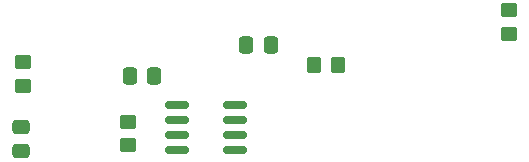
<source format=gbr>
%TF.GenerationSoftware,KiCad,Pcbnew,8.0.2-1*%
%TF.CreationDate,2024-05-16T23:31:01-04:00*%
%TF.ProjectId,ORA_Arduino_ESP_CAN_Shield_Rev_1,4f52415f-4172-4647-9569-6e6f5f455350,rev?*%
%TF.SameCoordinates,Original*%
%TF.FileFunction,Paste,Top*%
%TF.FilePolarity,Positive*%
%FSLAX46Y46*%
G04 Gerber Fmt 4.6, Leading zero omitted, Abs format (unit mm)*
G04 Created by KiCad (PCBNEW 8.0.2-1) date 2024-05-16 23:31:01*
%MOMM*%
%LPD*%
G01*
G04 APERTURE LIST*
G04 Aperture macros list*
%AMRoundRect*
0 Rectangle with rounded corners*
0 $1 Rounding radius*
0 $2 $3 $4 $5 $6 $7 $8 $9 X,Y pos of 4 corners*
0 Add a 4 corners polygon primitive as box body*
4,1,4,$2,$3,$4,$5,$6,$7,$8,$9,$2,$3,0*
0 Add four circle primitives for the rounded corners*
1,1,$1+$1,$2,$3*
1,1,$1+$1,$4,$5*
1,1,$1+$1,$6,$7*
1,1,$1+$1,$8,$9*
0 Add four rect primitives between the rounded corners*
20,1,$1+$1,$2,$3,$4,$5,0*
20,1,$1+$1,$4,$5,$6,$7,0*
20,1,$1+$1,$6,$7,$8,$9,0*
20,1,$1+$1,$8,$9,$2,$3,0*%
G04 Aperture macros list end*
%ADD10RoundRect,0.250000X-0.450000X0.350000X-0.450000X-0.350000X0.450000X-0.350000X0.450000X0.350000X0*%
%ADD11RoundRect,0.250000X-0.337500X-0.475000X0.337500X-0.475000X0.337500X0.475000X-0.337500X0.475000X0*%
%ADD12RoundRect,0.250000X0.475000X-0.337500X0.475000X0.337500X-0.475000X0.337500X-0.475000X-0.337500X0*%
%ADD13RoundRect,0.250000X-0.350000X-0.450000X0.350000X-0.450000X0.350000X0.450000X-0.350000X0.450000X0*%
%ADD14RoundRect,0.250000X0.337500X0.475000X-0.337500X0.475000X-0.337500X-0.475000X0.337500X-0.475000X0*%
%ADD15RoundRect,0.150000X-0.825000X-0.150000X0.825000X-0.150000X0.825000X0.150000X-0.825000X0.150000X0*%
G04 APERTURE END LIST*
D10*
%TO.C,R1*%
X41615000Y-64980000D03*
X41615000Y-66980000D03*
%TD*%
%TO.C,TR1*%
X73825000Y-55560000D03*
X73825000Y-57560000D03*
%TD*%
D11*
%TO.C,C2*%
X41727500Y-61130000D03*
X43802500Y-61130000D03*
%TD*%
D12*
%TO.C,C1*%
X32555000Y-67487500D03*
X32555000Y-65412500D03*
%TD*%
D13*
%TO.C,R3*%
X57375000Y-60220000D03*
X59375000Y-60220000D03*
%TD*%
D14*
%TO.C,C3*%
X53690000Y-58500000D03*
X51615000Y-58500000D03*
%TD*%
D15*
%TO.C,U3*%
X45750000Y-63615000D03*
X45750000Y-64885000D03*
X45750000Y-66155000D03*
X45750000Y-67425000D03*
X50700000Y-67425000D03*
X50700000Y-66155000D03*
X50700000Y-64885000D03*
X50700000Y-63615000D03*
%TD*%
D10*
%TO.C,R2*%
X32695000Y-59930000D03*
X32695000Y-61930000D03*
%TD*%
M02*

</source>
